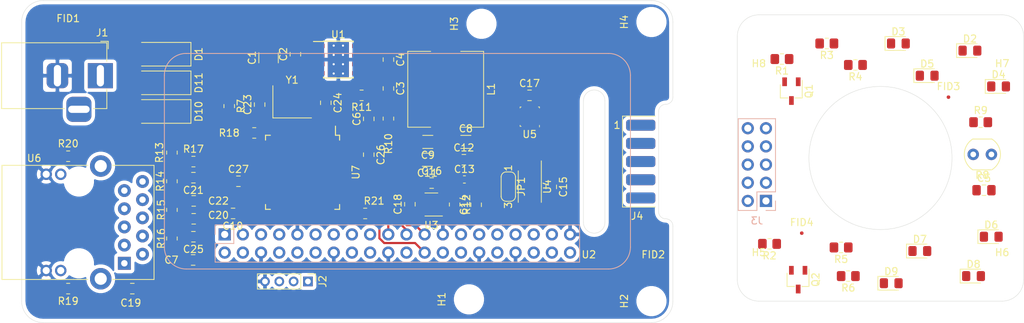
<source format=kicad_pcb>
(kicad_pcb (version 20171130) (host pcbnew 5.1.10-88a1d61d58~88~ubuntu20.04.1)
  (title_block (title "Zero Cam") (date 2021-04-29) (rev v0.1.0) (company "Juraj Giertl") (comment 1 j74a8g@gmail.com))
  (layers (0 F.Cu signal) (31 B.Cu signal) (34 B.Paste user hide) (35 F.Paste user hide) (36 B.SilkS user) (37 F.SilkS user) (38 B.Mask user hide) (39 F.Mask user hide) (44 Edge.Cuts user))
  (net 0 "")
  (net 1 "Net-(D1-Pad2)")
  (net 2 POE+)
  (net 3 GND)
  (net 4 "Net-(C3-Pad1)")
  (net 5 +5V)
  (net 6 +3.3VA)
  (net 7 L_SENSE)
  (net 8 +3V3)
  (net 9 "Net-(C23-Pad1)")
  (net 10 "Net-(C24-Pad1)")
  (net 11 "Net-(D2-Pad1)")
  (net 12 "Net-(D3-Pad1)")
  (net 13 "Net-(D4-Pad1)")
  (net 14 "Net-(D5-Pad1)")
  (net 15 "Net-(D6-Pad1)")
  (net 16 "Net-(D7-Pad1)")
  (net 17 "Net-(D8-Pad1)")
  (net 18 "Net-(D9-Pad1)")
  (net 19 "Net-(D10-Pad2)")
  (net 20 "Net-(D11-Pad2)")
  (net 21 POE-)
  (net 22 "Net-(Q1-Pad2)")
  (net 23 PWM_0)
  (net 24 "Net-(Q2-Pad2)")
  (net 25 PWM_1)
  (net 26 "Net-(Q1-Pad1)")
  (net 27 "Net-(Q2-Pad1)")
  (net 28 E_OFF)
  (net 29 "Net-(R19-Pad2)")
  (net 30 E_INT)
  (net 31 PWR_GOOD)
  (net 32 /ethernet_if/E_MOSI)
  (net 33 /ethernet_if/E_MISO)
  (net 34 HAT_SCL)
  (net 35 HAT_SDA)
  (net 36 /ethernet_if/~E_CS~)
  (net 37 /ethernet_if/E_SCK)
  (net 38 SCL_1)
  (net 39 SDA_1)
  (net 40 "Net-(C16-Pad1)")
  (net 41 "Net-(C19-Pad1)")
  (net 42 "Net-(J2-Pad2)")
  (net 43 "Net-(J2-Pad3)")
  (net 44 "Net-(R20-Pad2)")
  (net 45 /boot)
  (net 46 /sw)
  (net 47 /fb)
  (net 48 /ethernet_if/rct)
  (net 49 /ethernet_if/TCT)
  (net 50 /ethernet_if/rd+)
  (net 51 /ethernet_if/TP_IN+)
  (net 52 /ethernet_if/TP_IN-)
  (net 53 /ethernet_if/rd-)
  (net 54 /ethernet_if/e_vcap)
  (net 55 /WC)
  (net 56 /pg)
  (net 57 /ethernet_if/TP_OUT+)
  (net 58 /ethernet_if/TP_OUT-)
  (net 59 /ethernet_if/e_bias)
  (net 60 /ethernet_if/led_a)
  (net 61 /ethernet_if/led_b)
  (module Connector_BarrelJack:BarrelJack_Horizontal (layer F.Cu) (at 91 75.5)
    (fp_text reference J1 (at 0.25 -6) (layer F.SilkS))
    (fp_text value "DC 12-24V")
    (pad 1 thru_hole rect (at 0 0) (size 3.5 3.5) (drill oval 1 3) (layers *.Cu *.Mask) (net 1 "Net-(D1-Pad2)"))
    (pad 2 thru_hole roundrect (at -6 0) (size 3 3.5) (drill oval 1 3) (layers *.Cu *.Mask) (net 3 GND))
    (pad 3 thru_hole roundrect (at -3 4.7) (size 3.5 3.5) (drill oval 3 1) (layers *.Cu *.Mask) (net 21 POE-))
  )
  (module Resistor_SMD:R_0805_2012Metric_Pad1.20x1.40mm_HandSolder (layer F.Cu) (at 214 82)
    (fp_text reference R9 (at 0 -1.65) (layer F.SilkS))
    (fp_text value 100R)
    (pad 1 smd roundrect (at -1 0) (size 1.2 1.4) (layers F.Cu F.Paste F.Mask) (roundrect_rratio 0.208333) (net 7 L_SENSE))
    (pad 2 smd roundrect (at 1 0) (size 1.2 1.4) (layers F.Cu F.Paste F.Mask) (roundrect_rratio 0.208333) (net 3 GND))
  )
  (module OptoDevice:R_LDR_4.9x4.2mm_P2.54mm_Vertical (layer F.Cu) (at 215.5 86.5 180)
    (fp_text reference R8 (at 1.27 -2.9) (layer F.SilkS))
    (fp_text value R_PHOTO)
    (pad 1 thru_hole circle (at 0 0 180) (size 1.6 1.6) (drill 0.8) (layers *.Cu *.Mask) (net 5 +5V))
    (pad 2 thru_hole circle (at 2.54 0 180) (size 1.6 1.6) (drill 0.8) (layers *.Cu *.Mask) (net 7 L_SENSE))
  )
  (module Connector_PinHeader_2.00mm:PinHeader_1x04_P2.00mm_Vertical (layer F.Cu) (at 120 104.25 270)
    (fp_text reference J2 (at 0 -2.06 90) (layer F.SilkS))
    (fp_text value Conn_01x04)
    (pad 1 thru_hole rect (at 0 0 270) (size 1.35 1.35) (drill 0.8) (layers *.Cu *.Mask) (net 6 +3.3VA))
    (pad 2 thru_hole oval (at 0 2 270) (size 1.35 1.35) (drill 0.8) (layers *.Cu *.Mask) (net 42 "Net-(J2-Pad2)"))
    (pad 3 thru_hole oval (at 0 4 270) (size 1.35 1.35) (drill 0.8) (layers *.Cu *.Mask) (net 43 "Net-(J2-Pad3)"))
    (pad 4 thru_hole oval (at 0 6 270) (size 1.35 1.35) (drill 0.8) (layers *.Cu *.Mask) (net 3 GND))
  )
  (module Capacitor_SMD:C_0805_2012Metric_Pad1.18x1.45mm_HandSolder (layer F.Cu) (at 110.2875 90.25)
    (fp_text reference C27 (at 0 -1.68) (layer F.SilkS))
    (fp_text value 0.1uF)
    (pad 1 smd roundrect (at -1.0375 0) (size 1.175 1.45) (layers F.Cu F.Paste F.Mask) (roundrect_rratio 0.212766) (net 3 GND))
    (pad 2 smd roundrect (at 1.0375 0) (size 1.175 1.45) (layers F.Cu F.Paste F.Mask) (roundrect_rratio 0.212766) (net 8 +3V3))
  )
  (module Capacitor_SMD:C_0603_1608Metric_Pad1.08x0.95mm_HandSolder (layer F.Cu) (at 141.8625 90)
    (fp_text reference C13 (at 0 -1.43) (layer F.SilkS))
    (fp_text value 0.1uF)
    (pad 1 smd roundrect (at -0.8625 0) (size 1.075 0.95) (layers F.Cu F.Paste F.Mask) (net 5 +5V))
    (pad 2 smd roundrect (at 0.8625 0) (size 1.075 0.95) (layers F.Cu F.Paste F.Mask) (net 3 GND))
  )
  (module Capacitor_SMD:C_1206_3216Metric_Pad1.33x1.80mm_HandSolder (layer F.Cu) (at 136.6875 87.25 180)
    (fp_text reference C11 (at 0 -1.85) (layer F.SilkS))
    (fp_text value 10uF)
    (pad 1 smd roundrect (at -1.5625 0 180) (size 1.325 1.8) (layers F.Cu F.Paste F.Mask) (roundrect_rratio 0.188679) (net 5 +5V))
    (pad 2 smd roundrect (at 1.5625 0 180) (size 1.325 1.8) (layers F.Cu F.Paste F.Mask) (roundrect_rratio 0.188679) (net 3 GND))
  )
  (module Capacitor_SMD:C_1206_3216Metric_Pad1.33x1.80mm_HandSolder (layer F.Cu) (at 136.75 84.75 180)
    (fp_text reference C9 (at 0 -1.85) (layer F.SilkS))
    (fp_text value 10uF)
    (pad 1 smd roundrect (at -1.5625 0 180) (size 1.325 1.8) (layers F.Cu F.Paste F.Mask) (roundrect_rratio 0.188679) (net 5 +5V))
    (pad 2 smd roundrect (at 1.5625 0 180) (size 1.325 1.8) (layers F.Cu F.Paste F.Mask) (roundrect_rratio 0.188679) (net 3 GND))
  )
  (module Capacitor_SMD:C_1206_3216Metric_Pad1.33x1.80mm_HandSolder (layer F.Cu) (at 142.0625 84.75)
    (fp_text reference C8 (at 0 -1.85) (layer F.SilkS))
    (fp_text value 22uF)
    (pad 2 smd roundrect (at 1.5625 0) (size 1.325 1.8) (layers F.Cu F.Paste F.Mask) (roundrect_rratio 0.188679) (net 3 GND))
    (pad 1 smd roundrect (at -1.5625 0) (size 1.325 1.8) (layers F.Cu F.Paste F.Mask) (roundrect_rratio 0.188679) (net 5 +5V))
  )
  (module Capacitor_SMD:C_1210_3225Metric_Pad1.33x2.70mm_HandSolder (layer F.Cu) (at 114.5 73 90)
    (fp_text reference C1 (at 0 -2.3 90) (layer F.SilkS))
    (fp_text value 2.2uF)
    (pad 1 smd roundrect (at -1.5625 0 90) (size 1.325 2.7) (layers F.Cu F.Paste F.Mask) (roundrect_rratio 0.188679) (net 2 POE+))
    (pad 2 smd roundrect (at 1.5625 0 90) (size 1.325 2.7) (layers F.Cu F.Paste F.Mask) (roundrect_rratio 0.188679) (net 3 GND))
  )
  (module Diode_SMD:D_SMA_Handsoldering (layer F.Cu) (at 99.25 76.5 180)
    (fp_text reference D11 (at -5.5 0 90) (layer F.SilkS))
    (fp_text value B160-13-F)
    (pad 1 smd rect (at -2.5 0 180) (size 3.5 1.8) (layers F.Cu F.Paste F.Mask) (net 2 POE+))
    (pad 2 smd rect (at 2.5 0 180) (size 3.5 1.8) (layers F.Cu F.Paste F.Mask) (net 20 "Net-(D11-Pad2)"))
  )
  (module Diode_SMD:D_SMA_Handsoldering (layer F.Cu) (at 99.25 80.5 180)
    (fp_text reference D10 (at -5.5 0 90) (layer F.SilkS))
    (fp_text value B160-13-F)
    (pad 2 smd rect (at 2.5 0 180) (size 3.5 1.8) (layers F.Cu F.Paste F.Mask) (net 19 "Net-(D10-Pad2)"))
    (pad 1 smd rect (at -2.5 0 180) (size 3.5 1.8) (layers F.Cu F.Paste F.Mask) (net 2 POE+))
  )
  (module Diode_SMD:D_SMA_Handsoldering (layer F.Cu) (at 99.25 72.5 180)
    (fp_text reference D1 (at -5.5 0 90) (layer F.SilkS))
    (fp_text value B160-13-F)
    (pad 1 smd rect (at -2.5 0 180) (size 3.5 1.8) (layers F.Cu F.Paste F.Mask) (net 2 POE+))
    (pad 2 smd rect (at 2.5 0 180) (size 3.5 1.8) (layers F.Cu F.Paste F.Mask) (net 1 "Net-(D1-Pad2)"))
  )
  (module Resistor_SMD:R_0805_2012Metric_Pad1.20x1.40mm_HandSolder (layer F.Cu) (at 128 94.75 180)
    (fp_text reference R21 (at -1.25 1.75) (layer F.SilkS))
    (fp_text value 100k)
    (pad 1 smd roundrect (at -1 0 180) (size 1.2 1.4) (layers F.Cu F.Paste F.Mask) (roundrect_rratio 0.208333) (net 8 +3V3))
    (pad 2 smd roundrect (at 1 0 180) (size 1.2 1.4) (layers F.Cu F.Paste F.Mask) (roundrect_rratio 0.208333) (net 30 E_INT))
  )
  (module Inductor_SMD:L_10.4x10.4_H4.8 (layer F.Cu) (at 139.25 77.4 270)
    (fp_text reference L1 (at 0 -6.35 90) (layer F.SilkS))
    (fp_text value 22uH)
    (pad 1 smd rect (at -4.15 0 270) (size 2.7 3.6) (layers F.Cu F.Paste F.Mask) (net 46 /sw))
    (pad 2 smd rect (at 4.15 0 270) (size 2.7 3.6) (layers F.Cu F.Paste F.Mask) (net 5 +5V))
  )
  (module Resistor_SMD:R_0805_2012Metric_Pad1.20x1.40mm_HandSolder (layer F.Cu) (at 86.5 86.75 180)
    (fp_text reference R20 (at 0 1.75 180) (layer F.SilkS))
    (fp_text value 180)
    (pad 1 smd roundrect (at -1 0 180) (size 1.2 1.4) (layers F.Cu F.Paste F.Mask) (roundrect_rratio 0.208333) (net 61 /ethernet_if/led_b))
    (pad 2 smd roundrect (at 1 0 180) (size 1.2 1.4) (layers F.Cu F.Paste F.Mask) (roundrect_rratio 0.208333) (net 44 "Net-(R20-Pad2)"))
  )
  (module Package_TO_SOT_SMD:TSOT-23 (layer F.Cu) (at 188.5 104 270)
    (fp_text reference Q2 (at 0 -2.45 90) (layer F.SilkS))
    (fp_text value tbd)
    (pad 1 smd rect (at -1.31 -0.95 270) (size 1.22 0.65) (layers F.Cu F.Paste F.Mask) (net 27 "Net-(Q2-Pad1)"))
    (pad 2 smd rect (at -1.31 0.95 270) (size 1.22 0.65) (layers F.Cu F.Paste F.Mask) (net 24 "Net-(Q2-Pad2)"))
    (pad 3 smd rect (at 1.31 0 270) (size 1.22 0.65) (layers F.Cu F.Paste F.Mask) (net 3 GND))
  )
  (module Package_TO_SOT_SMD:TSOT-23 (layer F.Cu) (at 187.555 77.66 270)
    (fp_text reference Q1 (at 0 -2.45 90) (layer F.SilkS))
    (fp_text value tbd)
    (pad 3 smd rect (at 1.31 0 270) (size 1.22 0.65) (layers F.Cu F.Paste F.Mask) (net 3 GND))
    (pad 2 smd rect (at -1.31 0.95 270) (size 1.22 0.65) (layers F.Cu F.Paste F.Mask) (net 22 "Net-(Q1-Pad2)"))
    (pad 1 smd rect (at -1.31 -0.95 270) (size 1.22 0.65) (layers F.Cu F.Paste F.Mask) (net 26 "Net-(Q1-Pad1)"))
  )
  (module Package_QFP:TQFP-44_10x10mm_P0.8mm (layer F.Cu) (at 119.25 89 270)
    (fp_text reference U7 (at 0 -7.45 90) (layer F.SilkS))
    (fp_text value ENC424J600-PT)
    (pad 1 smd rect (at -5.7 -4 270) (size 1.5 0.55) (layers F.Cu F.Paste F.Mask) (net 3 GND))
    (pad 2 smd rect (at -5.7 -3.2 270) (size 1.5 0.55) (layers F.Cu F.Paste F.Mask) (net 10 "Net-(C24-Pad1)"))
    (pad 3 smd rect (at -5.7 -2.4 270) (size 1.5 0.55) (layers F.Cu F.Paste F.Mask) (net 9 "Net-(C23-Pad1)"))
    (pad 4 smd rect (at -5.7 -1.6 270) (size 1.5 0.55) (layers F.Cu F.Paste F.Mask) (net 8 +3V3))
    (pad 5 smd rect (at -5.7 -0.8 270) (size 1.5 0.55) (layers F.Cu F.Paste F.Mask))
    (pad 6 smd rect (at -5.7 0 270) (size 1.5 0.55) (layers F.Cu F.Paste F.Mask))
    (pad 7 smd rect (at -5.7 0.8 270) (size 1.5 0.55) (layers F.Cu F.Paste F.Mask))
    (pad 8 smd rect (at -5.7 1.6 270) (size 1.5 0.55) (layers F.Cu F.Paste F.Mask))
    (pad 9 smd rect (at -5.7 2.4 270) (size 1.5 0.55) (layers F.Cu F.Paste F.Mask) (net 61 /ethernet_if/led_b))
    (pad 10 smd rect (at -5.7 3.2 270) (size 1.5 0.55) (layers F.Cu F.Paste F.Mask) (net 60 /ethernet_if/led_a))
    (pad 11 smd rect (at -5.7 4 270) (size 1.5 0.55) (layers F.Cu F.Paste F.Mask) (net 59 /ethernet_if/e_bias))
    (pad 12 smd rect (at -4 5.7) (size 1.5 0.55) (layers F.Cu F.Paste F.Mask) (net 8 +3V3))
    (pad 13 smd rect (at -3.2 5.7) (size 1.5 0.55) (layers F.Cu F.Paste F.Mask) (net 3 GND))
    (pad 14 smd rect (at -2.4 5.7) (size 1.5 0.55) (layers F.Cu F.Paste F.Mask) (net 3 GND))
    (pad 15 smd rect (at -1.6 5.7) (size 1.5 0.55) (layers F.Cu F.Paste F.Mask) (net 8 +3V3))
    (pad 16 smd rect (at -0.8 5.7) (size 1.5 0.55) (layers F.Cu F.Paste F.Mask) (net 51 /ethernet_if/TP_IN+))
    (pad 17 smd rect (at 0 5.7) (size 1.5 0.55) (layers F.Cu F.Paste F.Mask) (net 52 /ethernet_if/TP_IN-))
    (pad 18 smd rect (at 0.8 5.7) (size 1.5 0.55) (layers F.Cu F.Paste F.Mask) (net 8 +3V3))
    (pad 19 smd rect (at 1.6 5.7) (size 1.5 0.55) (layers F.Cu F.Paste F.Mask) (net 3 GND))
    (pad 20 smd rect (at 2.4 5.7) (size 1.5 0.55) (layers F.Cu F.Paste F.Mask) (net 57 /ethernet_if/TP_OUT+))
    (pad 21 smd rect (at 3.2 5.7) (size 1.5 0.55) (layers F.Cu F.Paste F.Mask) (net 58 /ethernet_if/TP_OUT-))
    (pad 22 smd rect (at 4 5.7) (size 1.5 0.55) (layers F.Cu F.Paste F.Mask) (net 3 GND))
    (pad 23 smd rect (at 5.7 4 270) (size 1.5 0.55) (layers F.Cu F.Paste F.Mask))
    (pad 24 smd rect (at 5.7 3.2 270) (size 1.5 0.55) (layers F.Cu F.Paste F.Mask) (net 30 E_INT))
    (pad 25 smd rect (at 5.7 2.4 270) (size 1.5 0.55) (layers F.Cu F.Paste F.Mask))
    (pad 26 smd rect (at 5.7 1.6 270) (size 1.5 0.55) (layers F.Cu F.Paste F.Mask))
    (pad 27 smd rect (at 5.7 0.8 270) (size 1.5 0.55) (layers F.Cu F.Paste F.Mask))
    (pad 28 smd rect (at 5.7 0 270) (size 1.5 0.55) (layers F.Cu F.Paste F.Mask))
    (pad 29 smd rect (at 5.7 -0.8 270) (size 1.5 0.55) (layers F.Cu F.Paste F.Mask))
    (pad 30 smd rect (at 5.7 -1.6 270) (size 1.5 0.55) (layers F.Cu F.Paste F.Mask))
    (pad 31 smd rect (at 5.7 -2.4 270) (size 1.5 0.55) (layers F.Cu F.Paste F.Mask))
    (pad 32 smd rect (at 5.7 -3.2 270) (size 1.5 0.55) (layers F.Cu F.Paste F.Mask))
    (pad 33 smd rect (at 5.7 -4 270) (size 1.5 0.55) (layers F.Cu F.Paste F.Mask) (net 3 GND))
    (pad 34 smd rect (at 4 -5.7) (size 1.5 0.55) (layers F.Cu F.Paste F.Mask) (net 36 /ethernet_if/~E_CS~))
    (pad 35 smd rect (at 3.2 -5.7) (size 1.5 0.55) (layers F.Cu F.Paste F.Mask) (net 33 /ethernet_if/E_MISO))
    (pad 36 smd rect (at 2.4 -5.7) (size 1.5 0.55) (layers F.Cu F.Paste F.Mask) (net 32 /ethernet_if/E_MOSI))
    (pad 37 smd rect (at 1.6 -5.7) (size 1.5 0.55) (layers F.Cu F.Paste F.Mask) (net 37 /ethernet_if/E_SCK))
    (pad 38 smd rect (at 0.8 -5.7) (size 1.5 0.55) (layers F.Cu F.Paste F.Mask))
    (pad 39 smd rect (at 0 -5.7) (size 1.5 0.55) (layers F.Cu F.Paste F.Mask))
    (pad 40 smd rect (at -0.8 -5.7) (size 1.5 0.55) (layers F.Cu F.Paste F.Mask))
    (pad 41 smd rect (at -1.6 -5.7) (size 1.5 0.55) (layers F.Cu F.Paste F.Mask))
    (pad 42 smd rect (at -2.4 -5.7) (size 1.5 0.55) (layers F.Cu F.Paste F.Mask) (net 3 GND))
    (pad 43 smd rect (at -3.2 -5.7) (size 1.5 0.55) (layers F.Cu F.Paste F.Mask) (net 54 /ethernet_if/e_vcap))
    (pad 44 smd rect (at -4 -5.7) (size 1.5 0.55) (layers F.Cu F.Paste F.Mask) (net 8 +3V3))
  )
  (module zero-cam:ARJM11D7-114 (layer F.Cu) (at 88 96 270)
    (fp_text reference U6 (at -8.965 6.25 180) (layer F.SilkS))
    (fp_text value ARJM11D7-114)
    (pad 11 thru_hole circle (at 6.725 2.54 270) (size 1.6 1.6) (drill 1) (layers *.Cu *.Mask) (net 29 "Net-(R19-Pad2)"))
    (pad 9 thru_hole circle (at -4.445 -6.35 270) (size 1.8 1.8) (drill 0.9) (layers *.Cu *.Mask) (net 49 /ethernet_if/TCT))
    (pad 14 thru_hole circle (at -6.725 4.57 270) (size 1.6 1.6) (drill 1) (layers *.Cu *.Mask) (net 3 GND))
    (pad 1 thru_hole rect (at 5.715 -6.35 270) (size 1.8 1.8) (drill 0.9) (layers *.Cu *.Mask) (net 21 POE-))
    (pad 5 thru_hole circle (at 0.635 -6.35 270) (size 1.8 1.8) (drill 0.9) (layers *.Cu *.Mask) (net 50 /ethernet_if/rd+))
    (pad "" np_thru_hole circle (at -5.715 0 270) (size 3.2 3.2) (drill 3.2) (layers *.Cu *.Mask))
    (pad 3 thru_hole circle (at 3.175 -6.35 270) (size 1.8 1.8) (drill 0.9) (layers *.Cu *.Mask) (net 53 /ethernet_if/rd-))
    (pad 15 thru_hole circle (at -7.875 -3.05 270) (size 3 3) (drill 1.7) (layers *.Cu *.Mask) (net 41 "Net-(C19-Pad1)"))
    (pad 15 thru_hole circle (at 7.875 -3.05 270) (size 3 3) (drill 1.7) (layers *.Cu *.Mask) (net 41 "Net-(C19-Pad1)"))
    (pad 2 thru_hole circle (at 4.445 -8.89 270) (size 1.8 1.8) (drill 0.9) (layers *.Cu *.Mask) (net 21 POE-))
    (pad 10 thru_hole circle (at -5.715 -8.89 270) (size 1.8 1.8) (drill 0.9) (layers *.Cu *.Mask) (net 57 /ethernet_if/TP_OUT+))
    (pad 12 thru_hole circle (at 6.725 4.57 270) (size 1.6 1.6) (drill 1) (layers *.Cu *.Mask) (net 3 GND))
    (pad "" np_thru_hole circle (at 5.715 0 270) (size 3.2 3.2) (drill 3.2) (layers *.Cu *.Mask))
    (pad 7 thru_hole circle (at -1.905 -6.35 270) (size 1.8 1.8) (drill 0.9) (layers *.Cu *.Mask) (net 19 "Net-(D10-Pad2)"))
    (pad 4 thru_hole circle (at 1.905 -8.89 270) (size 1.8 1.8) (drill 0.9) (layers *.Cu *.Mask) (net 48 /ethernet_if/rct))
    (pad 6 thru_hole circle (at -0.635 -8.89 270) (size 1.8 1.8) (drill 0.9) (layers *.Cu *.Mask) (net 20 "Net-(D11-Pad2)"))
    (pad 13 thru_hole circle (at -6.725 2.54 270) (size 1.6 1.6) (drill 1) (layers *.Cu *.Mask) (net 44 "Net-(R20-Pad2)"))
    (pad 8 thru_hole circle (at -3.175 -8.89 270) (size 1.8 1.8) (drill 0.9) (layers *.Cu *.Mask) (net 58 /ethernet_if/TP_OUT-))
  )
  (module Package_LGA:Bosch_LGA-8_2.5x2.5mm_P0.65mm_ClockwisePinNumbering (layer F.Cu) (at 151 81.225 180)
    (fp_text reference U5 (at 0.015 -2.465) (layer F.SilkS))
    (fp_text value BME280)
    (pad 4 smd rect (at 0.975 -1.025 270) (size 0.5 0.35) (layers F.Cu F.Paste F.Mask) (net 38 SCL_1))
    (pad 3 smd rect (at 0.325 -1.025 270) (size 0.5 0.35) (layers F.Cu F.Paste F.Mask) (net 39 SDA_1))
    (pad 2 smd rect (at -0.325 -1.025 270) (size 0.5 0.35) (layers F.Cu F.Paste F.Mask) (net 6 +3.3VA))
    (pad 1 smd rect (at -0.975 -1.025 270) (size 0.5 0.35) (layers F.Cu F.Paste F.Mask) (net 3 GND))
    (pad 8 smd rect (at -0.975 1.025 270) (size 0.5 0.35) (layers F.Cu F.Paste F.Mask) (net 6 +3.3VA))
    (pad 7 smd rect (at -0.325 1.025 270) (size 0.5 0.35) (layers F.Cu F.Paste F.Mask) (net 3 GND))
    (pad 6 smd rect (at 0.325 1.025 270) (size 0.5 0.35) (layers F.Cu F.Paste F.Mask) (net 6 +3.3VA))
    (pad 5 smd rect (at 0.975 1.025 270) (size 0.5 0.35) (layers F.Cu F.Paste F.Mask) (net 3 GND))
  )
  (module Package_SO:TSSOP-8_4.4x3mm_P0.65mm (layer F.Cu) (at 151 91 270)
    (fp_text reference U4 (at 0 -2.45 90) (layer F.SilkS))
    (fp_text value M24C02-FDW)
    (pad 1 smd roundrect (at -2.8625 -0.975 270) (size 1.475 0.4) (layers F.Cu F.Paste F.Mask) (net 3 GND))
    (pad 2 smd roundrect (at -2.8625 -0.325 270) (size 1.475 0.4) (layers F.Cu F.Paste F.Mask) (net 3 GND))
    (pad 3 smd roundrect (at -2.8625 0.325 270) (size 1.475 0.4) (layers F.Cu F.Paste F.Mask) (net 3 GND))
    (pad 4 smd roundrect (at -2.8625 0.975 270) (size 1.475 0.4) (layers F.Cu F.Paste F.Mask) (net 3 GND))
    (pad 5 smd roundrect (at 2.8625 0.975 270) (size 1.475 0.4) (layers F.Cu F.Paste F.Mask) (net 35 HAT_SDA))
    (pad 6 smd roundrect (at 2.8625 0.325 270) (size 1.475 0.4) (layers F.Cu F.Paste F.Mask) (net 34 HAT_SCL))
    (pad 7 smd roundrect (at 2.8625 -0.325 270) (size 1.475 0.4) (layers F.Cu F.Paste F.Mask) (net 55 /WC))
    (pad 8 smd roundrect (at 2.8625 -0.975 270) (size 1.475 0.4) (layers F.Cu F.Paste F.Mask) (net 6 +3.3VA))
  )
  (module Package_TO_SOT_SMD:SOT-23-5 (layer F.Cu) (at 137.25 93.5 180)
    (fp_text reference U3 (at 0 -2.9) (layer F.SilkS))
    (fp_text value LP2985-3.3)
    (pad 1 smd rect (at -1.1 -0.95 180) (size 1.06 0.65) (layers F.Cu F.Paste F.Mask) (net 5 +5V))
    (pad 2 smd rect (at -1.1 0 180) (size 1.06 0.65) (layers F.Cu F.Paste F.Mask) (net 3 GND))
    (pad 3 smd rect (at -1.1 0.95 180) (size 1.06 0.65) (layers F.Cu F.Paste F.Mask) (net 28 E_OFF))
    (pad 4 smd rect (at 1.1 0.95 180) (size 1.06 0.65) (layers F.Cu F.Paste F.Mask) (net 40 "Net-(C16-Pad1)"))
    (pad 5 smd rect (at 1.1 -0.95 180) (size 1.06 0.65) (layers F.Cu F.Paste F.Mask) (net 8 +3V3))
  )
  (module Package_SO:Texas_HSOP-8-1EP_3.9x4.9mm_P1.27mm_ThermalVias (layer F.Cu) (at 124.25 73.25)
    (fp_text reference U1 (at 0 -3.5) (layer F.SilkS))
    (fp_text value LMR36510)
    (pad 9 smd rect (at 0 0) (size 2.95 4.9) (layers F.Cu) (net 3 GND))
    (pad 9 smd rect (at 0 0) (size 2.95 4.9) (layers B.Cu) (net 3 GND))
    (pad 1 smd rect (at -2.7 -1.905) (size 1.55 0.6) (layers F.Cu F.Paste F.Mask) (net 3 GND))
    (pad 2 smd rect (at -2.7 -0.635) (size 1.55 0.6) (layers F.Cu F.Paste F.Mask) (net 2 POE+))
    (pad 3 smd rect (at -2.7 0.635) (size 1.55 0.6) (layers F.Cu F.Paste F.Mask) (net 2 POE+))
    (pad 4 smd rect (at -2.7 1.905) (size 1.55 0.6) (layers F.Cu F.Paste F.Mask) (net 56 /pg))
    (pad 5 smd rect (at 2.7 1.905) (size 1.55 0.6) (layers F.Cu F.Paste F.Mask) (net 47 /fb))
    (pad 6 smd rect (at 2.7 0.635) (size 1.55 0.6) (layers F.Cu F.Paste F.Mask) (net 4 "Net-(C3-Pad1)"))
    (pad 7 smd rect (at 2.7 -0.635) (size 1.55 0.6) (layers F.Cu F.Paste F.Mask) (net 45 /boot))
    (pad 8 smd rect (at 2.7 -1.905) (size 1.55 0.6) (layers F.Cu F.Paste F.Mask) (net 46 /sw))
    (pad 9 thru_hole circle (at -0.65 -1.95) (size 0.6 0.6) (drill 0.3) (layers *.Cu) (net 3 GND))
    (pad 9 thru_hole circle (at -0.65 -0.65) (size 0.6 0.6) (drill 0.3) (layers *.Cu) (net 3 GND))
    (pad 9 thru_hole circle (at 0.65 -0.65) (size 0.6 0.6) (drill 0.3) (layers *.Cu) (net 3 GND))
    (pad 9 thru_hole circle (at 0.65 -1.95) (size 0.6 0.6) (drill 0.3) (layers *.Cu) (net 3 GND))
    (pad 9 thru_hole circle (at -0.65 1.95) (size 0.6 0.6) (drill 0.3) (layers *.Cu) (net 3 GND))
    (pad 9 thru_hole circle (at -0.65 0.65) (size 0.6 0.6) (drill 0.3) (layers *.Cu) (net 3 GND))
    (pad 9 thru_hole circle (at 0.65 0.65) (size 0.6 0.6) (drill 0.3) (layers *.Cu) (net 3 GND))
    (pad 9 thru_hole circle (at 0.65 1.95) (size 0.6 0.6) (drill 0.3) (layers *.Cu) (net 3 GND))
  )
  (module Resistor_SMD:R_0805_2012Metric_Pad1.20x1.40mm_HandSolder (layer F.Cu) (at 86.5 105.25 180)
    (fp_text reference R19 (at 0 -1.75) (layer F.SilkS))
    (fp_text value 180)
    (pad 1 smd roundrect (at -1 0 180) (size 1.2 1.4) (layers F.Cu F.Paste F.Mask) (roundrect_rratio 0.208333) (net 60 /ethernet_if/led_a))
    (pad 2 smd roundrect (at 1 0 180) (size 1.2 1.4) (layers F.Cu F.Paste F.Mask) (roundrect_rratio 0.208333) (net 29 "Net-(R19-Pad2)"))
  )
  (module Resistor_SMD:R_0805_2012Metric_Pad1.20x1.40mm_HandSolder (layer F.Cu) (at 112.5 83.5 180)
    (fp_text reference R18 (at 3.5 0) (layer F.SilkS))
    (fp_text value 12.4k,1%)
    (pad 2 smd roundrect (at 1 0 180) (size 1.2 1.4) (layers F.Cu F.Paste F.Mask) (roundrect_rratio 0.208333) (net 3 GND))
    (pad 1 smd roundrect (at -1 0 180) (size 1.2 1.4) (layers F.Cu F.Paste F.Mask) (roundrect_rratio 0.208333) (net 59 /ethernet_if/e_bias))
  )
  (module Resistor_SMD:R_0805_2012Metric_Pad1.20x1.40mm_HandSolder (layer F.Cu) (at 104 87.5 180)
    (fp_text reference R17 (at 0 1.75) (layer F.SilkS))
    (fp_text value "10R, 1/12W,1%")
    (pad 1 smd roundrect (at -1 0 180) (size 1.2 1.4) (layers F.Cu F.Paste F.Mask) (roundrect_rratio 0.208333) (net 8 +3V3))
    (pad 2 smd roundrect (at 1 0 180) (size 1.2 1.4) (layers F.Cu F.Paste F.Mask) (roundrect_rratio 0.208333) (net 49 /ethernet_if/TCT))
  )
  (module Resistor_SMD:R_0805_2012Metric_Pad1.20x1.40mm_HandSolder (layer F.Cu) (at 101 98.25 90)
    (fp_text reference R16 (at 0 -1.5 90) (layer F.SilkS))
    (fp_text value 50R,1%)
    (pad 1 smd roundrect (at -1 0 90) (size 1.2 1.4) (layers F.Cu F.Paste F.Mask) (roundrect_rratio 0.208333) (net 53 /ethernet_if/rd-))
    (pad 2 smd roundrect (at 1 0 90) (size 1.2 1.4) (layers F.Cu F.Paste F.Mask) (roundrect_rratio 0.208333) (net 48 /ethernet_if/rct))
  )
  (module Resistor_SMD:R_0805_2012Metric_Pad1.20x1.40mm_HandSolder (layer F.Cu) (at 101 94.25 270)
    (fp_text reference R15 (at 0 1.5 90) (layer F.SilkS))
    (fp_text value 50R,1%)
    (pad 1 smd roundrect (at -1 0 270) (size 1.2 1.4) (layers F.Cu F.Paste F.Mask) (roundrect_rratio 0.208333) (net 50 /ethernet_if/rd+))
    (pad 2 smd roundrect (at 1 0 270) (size 1.2 1.4) (layers F.Cu F.Paste F.Mask) (roundrect_rratio 0.208333) (net 48 /ethernet_if/rct))
  )
  (module Resistor_SMD:R_0805_2012Metric_Pad1.20x1.40mm_HandSolder (layer F.Cu) (at 101 90.25 90)
    (fp_text reference R14 (at 0 -1.65 90) (layer F.SilkS))
    (fp_text value 50R,1%)
    (pad 2 smd roundrect (at 1 0 90) (size 1.2 1.4) (layers F.Cu F.Paste F.Mask) (roundrect_rratio 0.208333) (net 49 /ethernet_if/TCT))
    (pad 1 smd roundrect (at -1 0 90) (size 1.2 1.4) (layers F.Cu F.Paste F.Mask) (roundrect_rratio 0.208333) (net 58 /ethernet_if/TP_OUT-))
  )
  (module Resistor_SMD:R_0805_2012Metric_Pad1.20x1.40mm_HandSolder (layer F.Cu) (at 101 86.25 270)
    (fp_text reference R13 (at 0 1.75 90) (layer F.SilkS))
    (fp_text value 50R,1%)
    (pad 1 smd roundrect (at -1 0 270) (size 1.2 1.4) (layers F.Cu F.Paste F.Mask) (roundrect_rratio 0.208333) (net 57 /ethernet_if/TP_OUT+))
    (pad 2 smd roundrect (at 1 0 270) (size 1.2 1.4) (layers F.Cu F.Paste F.Mask) (roundrect_rratio 0.208333) (net 49 /ethernet_if/TCT))
  )
  (module Resistor_SMD:R_0805_2012Metric_Pad1.20x1.40mm_HandSolder (layer F.Cu) (at 140.5 93.5 270)
    (fp_text reference R12 (at 0 -1.65 90) (layer F.SilkS))
    (fp_text value 100k)
    (pad 2 smd roundrect (at 1 0 270) (size 1.2 1.4) (layers F.Cu F.Paste F.Mask) (roundrect_rratio 0.208333) (net 5 +5V))
    (pad 1 smd roundrect (at -1 0 270) (size 1.2 1.4) (layers F.Cu F.Paste F.Mask) (roundrect_rratio 0.208333) (net 28 E_OFF))
  )
  (module Resistor_SMD:R_0805_2012Metric_Pad1.20x1.40mm_HandSolder (layer F.Cu) (at 127.5 78.25 180)
    (fp_text reference R11 (at 0 -1.65) (layer F.SilkS))
    (fp_text value 24.9k)
    (pad 2 smd roundrect (at 1 0 180) (size 1.2 1.4) (layers F.Cu F.Paste F.Mask) (roundrect_rratio 0.208333) (net 3 GND))
    (pad 1 smd roundrect (at -1 0 180) (size 1.2 1.4) (layers F.Cu F.Paste F.Mask) (roundrect_rratio 0.208333) (net 47 /fb))
  )
  (module Resistor_SMD:R_0805_2012Metric_Pad1.20x1.40mm_HandSolder (layer F.Cu) (at 131.25 81.5 90)
    (fp_text reference R10 (at -3.5 0 90) (layer F.SilkS))
    (fp_text value 100k)
    (pad 2 smd roundrect (at 1 0 90) (size 1.2 1.4) (layers F.Cu F.Paste F.Mask) (roundrect_rratio 0.208333) (net 47 /fb))
    (pad 1 smd roundrect (at -1 0 90) (size 1.2 1.4) (layers F.Cu F.Paste F.Mask) (roundrect_rratio 0.208333) (net 5 +5V))
  )
  (module Resistor_SMD:R_0805_2012Metric_Pad1.20x1.40mm_HandSolder (layer F.Cu) (at 109 79.75 270)
    (fp_text reference R7 (at 0 -1.65 90) (layer F.SilkS))
    (fp_text value 10k)
    (pad 1 smd roundrect (at -1 0 270) (size 1.2 1.4) (layers F.Cu F.Paste F.Mask) (roundrect_rratio 0.208333) (net 56 /pg))
    (pad 2 smd roundrect (at 1 0 270) (size 1.2 1.4) (layers F.Cu F.Paste F.Mask) (roundrect_rratio 0.208333) (net 31 PWR_GOOD))
  )
  (module Resistor_SMD:R_0805_2012Metric_Pad1.20x1.40mm_HandSolder (layer F.Cu) (at 195.5 103.5 180)
    (fp_text reference R6 (at 0 -1.65) (layer F.SilkS))
    (fp_text value 100R)
    (pad 2 smd roundrect (at 1 0 180) (size 1.2 1.4) (layers F.Cu F.Paste F.Mask) (roundrect_rratio 0.208333) (net 27 "Net-(Q2-Pad1)"))
    (pad 1 smd roundrect (at -1 0 180) (size 1.2 1.4) (layers F.Cu F.Paste F.Mask) (roundrect_rratio 0.208333) (net 18 "Net-(D9-Pad1)"))
  )
  (module Resistor_SMD:R_0805_2012Metric_Pad1.20x1.40mm_HandSolder (layer F.Cu) (at 194.5 99.5 180)
    (fp_text reference R5 (at 0 -1.65) (layer F.SilkS))
    (fp_text value 100R)
    (pad 2 smd roundrect (at 1 0 180) (size 1.2 1.4) (layers F.Cu F.Paste F.Mask) (roundrect_rratio 0.208333) (net 27 "Net-(Q2-Pad1)"))
    (pad 1 smd roundrect (at -1 0 180) (size 1.2 1.4) (layers F.Cu F.Paste F.Mask) (roundrect_rratio 0.208333) (net 16 "Net-(D7-Pad1)"))
  )
  (module Resistor_SMD:R_0805_2012Metric_Pad1.20x1.40mm_HandSolder (layer F.Cu) (at 196.5 74 180)
    (fp_text reference R4 (at 0 -1.65) (layer F.SilkS))
    (fp_text value 100R)
    (pad 1 smd roundrect (at -1 0 180) (size 1.2 1.4) (layers F.Cu F.Paste F.Mask) (roundrect_rratio 0.208333) (net 14 "Net-(D5-Pad1)"))
    (pad 2 smd roundrect (at 1 0 180) (size 1.2 1.4) (layers F.Cu F.Paste F.Mask) (roundrect_rratio 0.208333) (net 26 "Net-(Q1-Pad1)"))
  )
  (module Resistor_SMD:R_0805_2012Metric_Pad1.20x1.40mm_HandSolder (layer F.Cu) (at 192.5 71 180)
    (fp_text reference R3 (at 0 -1.65) (layer F.SilkS))
    (fp_text value 100R)
    (pad 1 smd roundrect (at -1 0 180) (size 1.2 1.4) (layers F.Cu F.Paste F.Mask) (roundrect_rratio 0.208333) (net 12 "Net-(D3-Pad1)"))
    (pad 2 smd roundrect (at 1 0 180) (size 1.2 1.4) (layers F.Cu F.Paste F.Mask) (roundrect_rratio 0.208333) (net 26 "Net-(Q1-Pad1)"))
  )
  (module Resistor_SMD:R_0805_2012Metric_Pad1.20x1.40mm_HandSolder (layer F.Cu) (at 184.5 99 180)
    (fp_text reference R2 (at 0 -1.65) (layer F.SilkS))
    (fp_text value 10k)
    (pad 1 smd roundrect (at -1 0 180) (size 1.2 1.4) (layers F.Cu F.Paste F.Mask) (roundrect_rratio 0.208333) (net 24 "Net-(Q2-Pad2)"))
    (pad 2 smd roundrect (at 1 0 180) (size 1.2 1.4) (layers F.Cu F.Paste F.Mask) (roundrect_rratio 0.208333) (net 25 PWM_1))
  )
  (module Jumper:SolderJumper-3_P1.3mm_Bridged12_RoundedPad1.0x1.5mm_NumberLabels (layer F.Cu) (at 148 91 270)
    (fp_text reference JP1 (at 0 -1.8 90) (layer F.SilkS))
    (fp_text value ~WP~)
    (fp_poly (pts (xy -0.9 -0.3) (xy -0.4 -0.3) (xy -0.4 0.3) (xy -0.9 0.3)) (layer F.Cu) (width 0))
    (fp_text user 3 (at 2.6 0 90) (layer F.SilkS))
    (fp_text user 1 (at -2.6 0 90) (layer F.SilkS))
    (pad 3 smd custom (at 1.3 0 270) (size 1 0.5) (layers F.Cu F.Mask) (net 6 +3.3VA) (options (clearance outline) (anchor rect)) (primitives (gr_circle (center 0 0.25) (end 0.5 0.25) (width 0)) (gr_circle (center 0 -0.25) (end 0.5 -0.25) (width 0)) (gr_poly (pts (xy -0.55 -0.75) (xy 0 -0.75) (xy 0 0.75) (xy -0.55 0.75)) (width 0))))
    (pad 2 smd rect (at 0 0 270) (size 1 1.5) (layers F.Cu F.Mask) (net 55 /WC))
    (pad 1 smd custom (at -1.3 0 270) (size 1 0.5) (layers F.Cu F.Mask) (net 3 GND) (options (clearance outline) (anchor rect)) (primitives (gr_poly (pts (xy 0.55 -0.75) (xy 0 -0.75) (xy 0 0.75) (xy 0.55 0.75)) (width 0)) (gr_circle (center 0 0.25) (end 0.5 0.25) (width 0)) (gr_circle (center 0 -0.25) (end 0.5 -0.25) (width 0))))
  )
  (module LED_SMD:LED_0805_2012Metric_Pad1.15x1.40mm_HandSolder (layer F.Cu) (at 201.5 104.5)
    (fp_text reference D9 (at 0 -1.65) (layer F.SilkS))
    (fp_text value IR)
    (pad 2 smd roundrect (at 1.025 0) (size 1.15 1.4) (layers F.Cu F.Paste F.Mask) (roundrect_rratio 0.217391) (net 17 "Net-(D8-Pad1)"))
    (pad 1 smd roundrect (at -1.025 0) (size 1.15 1.4) (layers F.Cu F.Paste F.Mask) (roundrect_rratio 0.217391) (net 18 "Net-(D9-Pad1)"))
  )
  (module LED_SMD:LED_0805_2012Metric_Pad1.15x1.40mm_HandSolder (layer F.Cu) (at 213 103.5)
    (fp_text reference D8 (at 0 -1.65) (layer F.SilkS))
    (fp_text value IR)
    (pad 1 smd roundrect (at -1.025 0) (size 1.15 1.4) (layers F.Cu F.Paste F.Mask) (roundrect_rratio 0.217391) (net 17 "Net-(D8-Pad1)"))
    (pad 2 smd roundrect (at 1.025 0) (size 1.15 1.4) (layers F.Cu F.Paste F.Mask) (roundrect_rratio 0.217391) (net 5 +5V))
  )
  (module LED_SMD:LED_0805_2012Metric_Pad1.15x1.40mm_HandSolder (layer F.Cu) (at 205.5 100)
    (fp_text reference D7 (at 0 -1.65) (layer F.SilkS))
    (fp_text value IR)
    (pad 1 smd roundrect (at -1.025 0) (size 1.15 1.4) (layers F.Cu F.Paste F.Mask) (roundrect_rratio 0.217391) (net 16 "Net-(D7-Pad1)"))
    (pad 2 smd roundrect (at 1.025 0) (size 1.15 1.4) (layers F.Cu F.Paste F.Mask) (roundrect_rratio 0.217391) (net 15 "Net-(D6-Pad1)"))
  )
  (module LED_SMD:LED_0805_2012Metric_Pad1.15x1.40mm_HandSolder (layer F.Cu) (at 215.475 98)
    (fp_text reference D6 (at 0 -1.65) (layer F.SilkS))
    (fp_text value IR)
    (pad 2 smd roundrect (at 1.025 0) (size 1.15 1.4) (layers F.Cu F.Paste F.Mask) (roundrect_rratio 0.217391) (net 5 +5V))
    (pad 1 smd roundrect (at -1.025 0) (size 1.15 1.4) (layers F.Cu F.Paste F.Mask) (roundrect_rratio 0.217391) (net 15 "Net-(D6-Pad1)"))
  )
  (module LED_SMD:LED_0805_2012Metric_Pad1.15x1.40mm_HandSolder (layer F.Cu) (at 206.525 75.5)
    (fp_text reference D5 (at 0 -1.65) (layer F.SilkS))
    (fp_text value IR)
    (pad 1 smd roundrect (at -1.025 0) (size 1.15 1.4) (layers F.Cu F.Paste F.Mask) (roundrect_rratio 0.217391) (net 14 "Net-(D5-Pad1)"))
    (pad 2 smd roundrect (at 1.025 0) (size 1.15 1.4) (layers F.Cu F.Paste F.Mask) (roundrect_rratio 0.217391) (net 13 "Net-(D4-Pad1)"))
  )
  (module LED_SMD:LED_0805_2012Metric_Pad1.15x1.40mm_HandSolder (layer F.Cu) (at 216.5 77)
    (fp_text reference D4 (at 0 -1.65) (layer F.SilkS))
    (fp_text value IR)
    (pad 2 smd roundrect (at 1.025 0) (size 1.15 1.4) (layers F.Cu F.Paste F.Mask) (roundrect_rratio 0.217391) (net 5 +5V))
    (pad 1 smd roundrect (at -1.025 0) (size 1.15 1.4) (layers F.Cu F.Paste F.Mask) (roundrect_rratio 0.217391) (net 13 "Net-(D4-Pad1)"))
  )
  (module LED_SMD:LED_0805_2012Metric_Pad1.15x1.40mm_HandSolder (layer F.Cu) (at 202.5 71)
    (fp_text reference D3 (at 0 -1.65) (layer F.SilkS))
    (fp_text value IR)
    (pad 2 smd roundrect (at 1.025 0) (size 1.15 1.4) (layers F.Cu F.Paste F.Mask) (roundrect_rratio 0.217391) (net 11 "Net-(D2-Pad1)"))
    (pad 1 smd roundrect (at -1.025 0) (size 1.15 1.4) (layers F.Cu F.Paste F.Mask) (roundrect_rratio 0.217391) (net 12 "Net-(D3-Pad1)"))
  )
  (module LED_SMD:LED_0805_2012Metric_Pad1.15x1.40mm_HandSolder (layer F.Cu) (at 212.5 72)
    (fp_text reference D2 (at 0 -1.65) (layer F.SilkS))
    (fp_text value IR)
    (pad 1 smd roundrect (at -1.025 0) (size 1.15 1.4) (layers F.Cu F.Paste F.Mask) (roundrect_rratio 0.217391) (net 11 "Net-(D2-Pad1)"))
    (pad 2 smd roundrect (at 1.025 0) (size 1.15 1.4) (layers F.Cu F.Paste F.Mask) (roundrect_rratio 0.217391) (net 5 +5V))
  )
  (module Capacitor_SMD:C_0805_2012Metric_Pad1.18x1.45mm_HandSolder (layer F.Cu) (at 128.5 86.5375 270)
    (fp_text reference C26 (at 0 -1.68 90) (layer F.SilkS))
    (fp_text value 10uF)
    (pad 2 smd roundrect (at 1.0375 0 270) (size 1.175 1.45) (layers F.Cu F.Paste F.Mask) (roundrect_rratio 0.212766) (net 3 GND))
    (pad 1 smd roundrect (at -1.0375 0 270) (size 1.175 1.45) (layers F.Cu F.Paste F.Mask) (roundrect_rratio 0.212766) (net 54 /ethernet_if/e_vcap))
  )
  (module Capacitor_SMD:C_0805_2012Metric_Pad1.18x1.45mm_HandSolder (layer F.Cu) (at 104 98 180)
    (fp_text reference C25 (at 0 -1.75 180) (layer F.SilkS))
    (fp_text value 6.8nF,10%)
    (pad 1 smd roundrect (at -1.0375 0 180) (size 1.175 1.45) (layers F.Cu F.Paste F.Mask) (roundrect_rratio 0.212766) (net 52 /ethernet_if/TP_IN-))
    (pad 2 smd roundrect (at 1.0375 0 180) (size 1.175 1.45) (layers F.Cu F.Paste F.Mask) (roundrect_rratio 0.212766) (net 53 /ethernet_if/rd-))
  )
  (module Capacitor_SMD:C_0805_2012Metric_Pad1.18x1.45mm_HandSolder (layer F.Cu) (at 122.5 79.2875 270)
    (fp_text reference C24 (at 0 -1.68 90) (layer F.SilkS))
    (fp_text value 15p)
    (pad 2 smd roundrect (at 1.0375 0 270) (size 1.175 1.45) (layers F.Cu F.Paste F.Mask) (roundrect_rratio 0.212766) (net 3 GND))
    (pad 1 smd roundrect (at -1.0375 0 270) (size 1.175 1.45) (layers F.Cu F.Paste F.Mask) (roundrect_rratio 0.212766) (net 10 "Net-(C24-Pad1)"))
  )
  (module Capacitor_SMD:C_0805_2012Metric_Pad1.18x1.45mm_HandSolder (layer F.Cu) (at 113.25 79.5375 90)
    (fp_text reference C23 (at 0 -1.68 90) (layer F.SilkS))
    (fp_text value 15p)
    (pad 2 smd roundrect (at 1.0375 0 90) (size 1.175 1.45) (layers F.Cu F.Paste F.Mask) (roundrect_rratio 0.212766) (net 3 GND))
    (pad 1 smd roundrect (at -1.0375 0 90) (size 1.175 1.45) (layers F.Cu F.Paste F.Mask) (roundrect_rratio 0.212766) (net 9 "Net-(C23-Pad1)"))
  )
  (module Capacitor_SMD:C_0805_2012Metric_Pad1.18x1.45mm_HandSolder (layer F.Cu) (at 104.0375 93 180)
    (fp_text reference C22 (at -3.4625 0 180) (layer F.SilkS))
    (fp_text value 6.8nF,10%)
    (pad 2 smd roundrect (at 1.0375 0 180) (size 1.175 1.45) (layers F.Cu F.Paste F.Mask) (roundrect_rratio 0.212766) (net 50 /ethernet_if/rd+))
    (pad 1 smd roundrect (at -1.0375 0 180) (size 1.175 1.45) (layers F.Cu F.Paste F.Mask) (roundrect_rratio 0.212766) (net 51 /ethernet_if/TP_IN+))
  )
  (module Capacitor_SMD:C_0805_2012Metric_Pad1.18x1.45mm_HandSolder (layer F.Cu) (at 104 89.75 180)
    (fp_text reference C21 (at 0 -1.75 180) (layer F.SilkS))
    (fp_text value 0.1uF)
    (pad 1 smd roundrect (at -1.0375 0 180) (size 1.175 1.45) (layers F.Cu F.Paste F.Mask) (roundrect_rratio 0.212766) (net 3 GND))
    (pad 2 smd roundrect (at 1.0375 0 180) (size 1.175 1.45) (layers F.Cu F.Paste F.Mask) (roundrect_rratio 0.212766) (net 49 /ethernet_if/TCT))
  )
  (module Capacitor_SMD:C_0805_2012Metric_Pad1.18x1.45mm_HandSolder (layer F.Cu) (at 104.0375 95.5 180)
    (fp_text reference C20 (at -3.4625 0.5 180) (layer F.SilkS))
    (fp_text value 0.1uF)
    (pad 1 smd roundrect (at -1.0375 0 180) (size 1.175 1.45) (layers F.Cu F.Paste F.Mask) (roundrect_rratio 0.212766) (net 3 GND))
    (pad 2 smd roundrect (at 1.0375 0 180) (size 1.175 1.45) (layers F.Cu F.Paste F.Mask) (roundrect_rratio 0.212766) (net 48 /ethernet_if/rct))
  )
  (module Capacitor_SMD:C_0805_2012Metric_Pad1.18x1.45mm_HandSolder (layer F.Cu) (at 95.4625 105.25)
    (fp_text reference C19 (at -0.2125 2) (layer F.SilkS))
    (fp_text value 1000pF,2kV)
    (pad 1 smd roundrect (at -1.0375 0) (size 1.175 1.45) (layers F.Cu F.Paste F.Mask) (roundrect_rratio 0.212766) (net 41 "Net-(C19-Pad1)"))
    (pad 2 smd roundrect (at 1.0375 0) (size 1.175 1.45) (layers F.Cu F.Paste F.Mask) (roundrect_rratio 0.212766) (net 3 GND))
  )
  (module Capacitor_SMD:C_0805_2012Metric_Pad1.18x1.45mm_HandSolder (layer F.Cu) (at 134.25 93.4625 90)
    (fp_text reference C18 (at 0 -1.68 90) (layer F.SilkS))
    (fp_text value 2.2uF)
    (pad 1 smd roundrect (at -1.0375 0 90) (size 1.175 1.45) (layers F.Cu F.Paste F.Mask) (roundrect_rratio 0.212766) (net 8 +3V3))
    (pad 2 smd roundrect (at 1.0375 0 90) (size 1.175 1.45) (layers F.Cu F.Paste F.Mask) (roundrect_rratio 0.212766) (net 3 GND))
  )
  (module Capacitor_SMD:C_0805_2012Metric_Pad1.18x1.45mm_HandSolder (layer F.Cu) (at 150.9625 78.25)
    (fp_text reference C17 (at 0 -1.68) (layer F.SilkS))
    (fp_text value 0.1uF)
    (pad 2 smd roundrect (at 1.0375 0) (size 1.175 1.45) (layers F.Cu F.Paste F.Mask) (roundrect_rratio 0.212766) (net 6 +3.3VA))
    (pad 1 smd roundrect (at -1.0375 0) (size 1.175 1.45) (layers F.Cu F.Paste F.Mask) (roundrect_rratio 0.212766) (net 3 GND))
  )
  (module Capacitor_SMD:C_0805_2012Metric_Pad1.18x1.45mm_HandSolder (layer F.Cu) (at 137.2875 90.5)
    (fp_text reference C16 (at 0 -1.68) (layer F.SilkS))
    (fp_text value 10nF)
    (pad 2 smd roundrect (at 1.0375 0) (size 1.175 1.45) (layers F.Cu F.Paste F.Mask) (roundrect_rratio 0.212766) (net 3 GND))
    (pad 1 smd roundrect (at -1.0375 0) (size 1.175 1.45) (layers F.Cu F.Paste F.Mask) (roundrect_rratio 0.212766) (net 40 "Net-(C16-Pad1)"))
  )
  (module Capacitor_SMD:C_0805_2012Metric_Pad1.18x1.45mm_HandSolder (layer F.Cu) (at 154 91.0375 270)
    (fp_text reference C15 (at 0 -1.68 90) (layer F.SilkS))
    (fp_text value 0.1uF)
    (pad 2 smd roundrect (at 1.0375 0 270) (size 1.175 1.45) (layers F.Cu F.Paste F.Mask) (roundrect_rratio 0.212766) (net 6 +3.3VA))
    (pad 1 smd roundrect (at -1.0375 0 270) (size 1.175 1.45) (layers F.Cu F.Paste F.Mask) (roundrect_rratio 0.212766) (net 3 GND))
  )
  (module Capacitor_SMD:C_0805_2012Metric_Pad1.18x1.45mm_HandSolder (layer F.Cu) (at 143.5 93.5375 90)
    (fp_text reference C14 (at 0 -1.68 90) (layer F.SilkS))
    (fp_text value 0.1uF)
    (pad 2 smd roundrect (at 1.0375 0 90) (size 1.175 1.45) (layers F.Cu F.Paste F.Mask) (roundrect_rratio 0.212766) (net 3 GND))
    (pad 1 smd roundrect (at -1.0375 0 90) (size 1.175 1.45) (layers F.Cu F.Paste F.Mask) (roundrect_rratio 0.212766) (net 5 +5V))
  )
  (module Capacitor_SMD:C_0805_2012Metric_Pad1.18x1.45mm_HandSolder (layer F.Cu) (at 141.7875 87.25)
    (fp_text reference C12 (at 0 -1.68) (layer F.SilkS))
    (fp_text value 0.1uF)
    (pad 1 smd roundrect (at -1.0375 0) (size 1.175 1.45) (layers F.Cu F.Paste F.Mask) (roundrect_rratio 0.212766) (net 5 +5V))
    (pad 2 smd roundrect (at 1.0375 0) (size 1.175 1.45) (layers F.Cu F.Paste F.Mask) (roundrect_rratio 0.212766) (net 3 GND))
  )
  (module Capacitor_SMD:C_0805_2012Metric_Pad1.18x1.45mm_HandSolder (layer F.Cu) (at 109.5375 94.75)
    (fp_text reference C10 (at -0.0375 1.75) (layer F.SilkS))
    (fp_text value 0.1uF)
    (pad 1 smd roundrect (at -1.0375 0) (size 1.175 1.45) (layers F.Cu F.Paste F.Mask) (roundrect_rratio 0.212766) (net 6 +3.3VA))
    (pad 2 smd roundrect (at 1.0375 0) (size 1.175 1.45) (layers F.Cu F.Paste F.Mask) (roundrect_rratio 0.212766) (net 3 GND))
  )
  (module Capacitor_SMD:C_0805_2012Metric_Pad1.18x1.45mm_HandSolder (layer F.Cu) (at 103.9625 101.25)
    (fp_text reference C7 (at -3.0375 0) (layer F.SilkS))
    (fp_text value 0.1uF)
    (pad 1 smd roundrect (at -1.0375 0) (size 1.175 1.45) (layers F.Cu F.Paste F.Mask) (roundrect_rratio 0.212766) (net 3 GND))
    (pad 2 smd roundrect (at 1.0375 0) (size 1.175 1.45) (layers F.Cu F.Paste F.Mask) (roundrect_rratio 0.212766) (net 5 +5V))
  )
  (module Capacitor_SMD:C_0805_2012Metric_Pad1.18x1.45mm_HandSolder (layer F.Cu) (at 128.5 81.5375 90)
    (fp_text reference C6 (at 0 -1.68 90) (layer F.SilkS))
    (fp_text value 0.1uF)
    (pad 1 smd roundrect (at -1.0375 0 90) (size 1.175 1.45) (layers F.Cu F.Paste F.Mask) (roundrect_rratio 0.212766) (net 5 +5V))
    (pad 2 smd roundrect (at 1.0375 0 90) (size 1.175 1.45) (layers F.Cu F.Paste F.Mask) (roundrect_rratio 0.212766) (net 47 /fb))
  )
  (module Capacitor_SMD:C_0805_2012Metric_Pad1.18x1.45mm_HandSolder (layer F.Cu) (at 214.4625 91.5)
    (fp_text reference C5 (at 0 -1.68) (layer F.SilkS))
    (fp_text value 0.1uF)
    (pad 2 smd roundrect (at 1.0375 0) (size 1.175 1.45) (layers F.Cu F.Paste F.Mask) (roundrect_rratio 0.212766) (net 3 GND))
    (pad 1 smd roundrect (at -1.0375 0) (size 1.175 1.45) (layers F.Cu F.Paste F.Mask) (roundrect_rratio 0.212766) (net 7 L_SENSE))
  )
  (module Capacitor_SMD:C_0805_2012Metric_Pad1.18x1.45mm_HandSolder (layer F.Cu) (at 131.25 73.25 270)
    (fp_text reference C4 (at 0 -1.68 90) (layer F.SilkS))
    (fp_text value 0.1uF)
    (pad 2 smd roundrect (at 1.0375 0 270) (size 1.175 1.45) (layers F.Cu F.Paste F.Mask) (roundrect_rratio 0.212766) (net 45 /boot))
    (pad 1 smd roundrect (at -1.0375 0 270) (size 1.175 1.45) (layers F.Cu F.Paste F.Mask) (roundrect_rratio 0.212766) (net 46 /sw))
  )
  (module Capacitor_SMD:C_0805_2012Metric_Pad1.18x1.45mm_HandSolder (layer F.Cu) (at 131.25 77.2875 270)
    (fp_text reference C3 (at 0 -1.68 90) (layer F.SilkS))
    (fp_text value 1uf)
    (pad 2 smd roundrect (at 1.0375 0 270) (size 1.175 1.45) (layers F.Cu F.Paste F.Mask) (roundrect_rratio 0.212766) (net 3 GND))
    (pad 1 smd roundrect (at -1.0375 0 270) (size 1.175 1.45) (layers F.Cu F.Paste F.Mask) (roundrect_rratio 0.212766) (net 4 "Net-(C3-Pad1)"))
  )
  (module Capacitor_SMD:C_0805_2012Metric_Pad1.18x1.45mm_HandSolder (layer F.Cu) (at 118.25 72.5 90)
    (fp_text reference C2 (at 0 -1.68 90) (layer F.SilkS))
    (fp_text value 220nF)
    (pad 2 smd roundrect (at 1.0375 0 90) (size 1.175 1.45) (layers F.Cu F.Paste F.Mask) (roundrect_rratio 0.212766) (net 3 GND))
    (pad 1 smd roundrect (at -1.0375 0 90) (size 1.175 1.45) (layers F.Cu F.Paste F.Mask) (roundrect_rratio 0.212766) (net 2 POE+))
  )
  (module Resistor_SMD:R_0805_2012Metric_Pad1.20x1.40mm_HandSolder (layer F.Cu) (at 186.235 73.175 180)
    (fp_text reference R1 (at 0 -1.65) (layer F.SilkS))
    (fp_text value 10k)
    (pad 1 smd roundrect (at -1 0 180) (size 1.2 1.4) (layers F.Cu F.Paste F.Mask) (roundrect_rratio 0.208333) (net 22 "Net-(Q1-Pad2)"))
    (pad 2 smd roundrect (at 1 0 180) (size 1.2 1.4) (layers F.Cu F.Paste F.Mask) (roundrect_rratio 0.208333) (net 23 PWM_0))
  )
  (module Raspberry_Pi:Raspberry_Pi_Zero_Socketed_THT_FaceDown_MountingHoles (layer F.Cu) (at 132.5 86.25 90)
    (fp_text reference U2 (at -14.25 26.75) (layer F.SilkS))
    (fp_text value Raspberry_Pi_ZeroW)
    (pad 40 thru_hole oval (at -13.97 24.13 90) (size 1.7 1.7) (drill 1) (layers *.Cu *.Mask))
    (pad 39 thru_hole oval (at -11.43 24.13 90) (size 1.7 1.7) (drill 1) (layers *.Cu *.Mask) (net 3 GND))
    (pad 26 thru_hole oval (at -13.97 6.35 90) (size 1.7 1.7) (drill 1) (layers *.Cu *.Mask))
    (pad 25 thru_hole oval (at -11.43 6.35 90) (size 1.7 1.7) (drill 1) (layers *.Cu *.Mask) (net 3 GND))
    (pad 22 thru_hole oval (at -13.97 1.27 90) (size 1.7 1.7) (drill 1) (layers *.Cu *.Mask))
    (pad 21 thru_hole oval (at -11.43 1.27 90) (size 1.7 1.7) (drill 1) (layers *.Cu *.Mask) (net 32 /ethernet_if/E_MOSI))
    (pad 30 thru_hole oval (at -13.97 11.43 90) (size 1.7 1.7) (drill 1) (layers *.Cu *.Mask) (net 3 GND))
    (pad 29 thru_hole oval (at -11.43 11.43 90) (size 1.7 1.7) (drill 1) (layers *.Cu *.Mask))
    (pad 8 thru_hole oval (at -13.97 -16.51 90) (size 1.7 1.7) (drill 1) (layers *.Cu *.Mask) (net 43 "Net-(J2-Pad3)"))
    (pad 7 thru_hole oval (at -11.43 -16.51 90) (size 1.7 1.7) (drill 1) (layers *.Cu *.Mask) (net 31 PWR_GOOD))
    (pad 32 thru_hole oval (at -13.97 13.97 90) (size 1.7 1.7) (drill 1) (layers *.Cu *.Mask) (net 23 PWM_0))
    (pad 31 thru_hole oval (at -11.43 13.97 90) (size 1.7 1.7) (drill 1) (layers *.Cu *.Mask))
    (pad 18 thru_hole oval (at -13.97 -3.81 90) (size 1.7 1.7) (drill 1) (layers *.Cu *.Mask))
    (pad 17 thru_hole oval (at -11.43 -3.81 90) (size 1.7 1.7) (drill 1) (layers *.Cu *.Mask) (net 6 +3.3VA))
    (pad 36 thru_hole oval (at -13.97 19.05 90) (size 1.7 1.7) (drill 1) (layers *.Cu *.Mask))
    (pad 35 thru_hole oval (at -11.43 19.05 90) (size 1.7 1.7) (drill 1) (layers *.Cu *.Mask))
    (pad 34 thru_hole oval (at -13.97 16.51 90) (size 1.7 1.7) (drill 1) (layers *.Cu *.Mask) (net 3 GND))
    (pad 33 thru_hole oval (at -11.43 16.51 90) (size 1.7 1.7) (drill 1) (layers *.Cu *.Mask) (net 25 PWM_1))
    (pad 38 thru_hole oval (at -13.97 21.59 90) (size 1.7 1.7) (drill 1) (layers *.Cu *.Mask))
    (pad 37 thru_hole oval (at -11.43 21.59 90) (size 1.7 1.7) (drill 1) (layers *.Cu *.Mask) (net 7 L_SENSE))
    (pad 20 thru_hole oval (at -13.97 -1.27 90) (size 1.7 1.7) (drill 1) (layers *.Cu *.Mask) (net 3 GND))
    (pad 19 thru_hole oval (at -11.43 -1.27 90) (size 1.7 1.7) (drill 1) (layers *.Cu *.Mask) (net 33 /ethernet_if/E_MISO))
    (pad 10 thru_hole oval (at -13.97 -13.97 90) (size 1.7 1.7) (drill 1) (layers *.Cu *.Mask) (net 42 "Net-(J2-Pad2)"))
    (pad 9 thru_hole oval (at -11.43 -13.97 90) (size 1.7 1.7) (drill 1) (layers *.Cu *.Mask) (net 3 GND))
    (pad 14 thru_hole oval (at -13.97 -8.89 90) (size 1.7 1.7) (drill 1) (layers *.Cu *.Mask) (net 3 GND))
    (pad 13 thru_hole oval (at -11.43 -8.89 90) (size 1.7 1.7) (drill 1) (layers *.Cu *.Mask))
    (pad 28 thru_hole oval (at -13.97 8.89 90) (size 1.7 1.7) (drill 1) (layers *.Cu *.Mask) (net 34 HAT_SCL))
    (pad 27 thru_hole oval (at -11.43 8.89 90) (size 1.7 1.7) (drill 1) (layers *.Cu *.Mask) (net 35 HAT_SDA))
    (pad 12 thru_hole oval (at -13.97 -11.43 90) (size 1.7 1.7) (drill 1) (layers *.Cu *.Mask))
    (pad 11 thru_hole oval (at -11.43 -11.43 90) (size 1.7 1.7) (drill 1) (layers *.Cu *.Mask) (net 28 E_OFF))
    (pad 24 thru_hole oval (at -13.97 3.81 90) (size 1.7 1.7) (drill 1) (layers *.Cu *.Mask) (net 36 /ethernet_if/~E_CS~))
    (pad 23 thru_hole oval (at -11.43 3.81 90) (size 1.7 1.7) (drill 1) (layers *.Cu *.Mask) (net 37 /ethernet_if/E_SCK))
    (pad 1 thru_hole rect (at -11.43 -24.13 90) (size 1.7 1.7) (drill 1) (layers *.Cu *.Mask) (net 6 +3.3VA))
    (pad 2 thru_hole oval (at -13.97 -24.13 90) (size 1.7 1.7) (drill 1) (layers *.Cu *.Mask) (net 5 +5V))
    (pad 5 thru_hole oval (at -11.43 -19.05 90) (size 1.7 1.7) (drill 1) (layers *.Cu *.Mask) (net 38 SCL_1))
    (pad 4 thru_hole oval (at -13.97 -21.59 90) (size 1.7 1.7) (drill 1) (layers *.Cu *.Mask) (net 5 +5V))
    (pad 16 thru_hole oval (at -13.97 -6.35 90) (size 1.7 1.7) (drill 1) (layers *.Cu *.Mask))
    (pad 15 thru_hole oval (at -11.43 -6.35 90) (size 1.7 1.7) (drill 1) (layers *.Cu *.Mask) (net 30 E_INT))
    (pad 3 thru_hole oval (at -11.43 -21.59 90) (size 1.7 1.7) (drill 1) (layers *.Cu *.Mask) (net 39 SDA_1))
    (pad 6 thru_hole oval (at -13.97 -19.05 90) (size 1.7 1.7) (drill 1) (layers *.Cu *.Mask) (net 3 GND))
  )
  (module zero-cam:Edge_PinHeader_2x05_P2 (layer F.Cu) (at 166.5 87.5)
    (fp_text reference J4 (at -0.508 7.62) (layer F.SilkS))
    (fp_text value Conn_02x05_Top_Bottom)
    (fp_text user 1 (at -3.302 -5.08) (layer F.SilkS))
    (pad 1 connect roundrect (at 0 -5.08) (size 4.064 1.524) (layers F.Cu F.Mask))
    (pad 3 connect roundrect (at 0 -2.54) (size 4.064 1.524) (layers F.Cu F.Mask))
    (pad 5 connect roundrect (at 0 0) (size 4.064 1.524) (layers F.Cu F.Mask))
    (pad 7 connect roundrect (at 0 2.54) (size 4.064 1.524) (layers F.Cu F.Mask))
    (pad 9 connect roundrect (at 0 5.08) (size 4.064 1.524) (layers F.Cu F.Mask))
    (pad 2 connect roundrect (at 0 -5.08) (size 4.064 1.524) (layers B.Cu B.Mask))
    (pad 8 connect roundrect (at 0 2.54) (size 4.064 1.524) (layers B.Cu B.Mask))
    (pad 6 connect roundrect (at 0 0) (size 4.064 1.524) (layers B.Cu B.Mask))
    (pad 4 connect roundrect (at 0 -2.54) (size 4.064 1.524) (layers B.Cu B.Mask))
    (pad 10 connect roundrect (at 0 5.08) (size 4.064 1.524) (layers B.Cu B.Mask))
  )
  (module Connector_PinSocket_2.54mm:PinSocket_2x05_P2.54mm_Vertical (layer B.Cu) (at 184 93)
    (fp_text reference J3 (at -1.27 2.77) (layer B.SilkS) (effects (justify mirror)))
    (fp_text value Conn_02x05_Top_Bottom)
    (pad 1 thru_hole rect (at 0 0) (size 1.7 1.7) (drill 1) (layers *.Cu *.Mask))
    (pad 2 thru_hole oval (at -2.54 0) (size 1.7 1.7) (drill 1) (layers *.Cu *.Mask))
    (pad 3 thru_hole oval (at 0 -2.54) (size 1.7 1.7) (drill 1) (layers *.Cu *.Mask))
    (pad 4 thru_hole oval (at -2.54 -2.54) (size 1.7 1.7) (drill 1) (layers *.Cu *.Mask))
    (pad 5 thru_hole oval (at 0 -5.08) (size 1.7 1.7) (drill 1) (layers *.Cu *.Mask))
    (pad 6 thru_hole oval (at -2.54 -5.08) (size 1.7 1.7) (drill 1) (layers *.Cu *.Mask))
    (pad 7 thru_hole oval (at 0 -7.62) (size 1.7 1.7) (drill 1) (layers *.Cu *.Mask))
    (pad 8 thru_hole oval (at -2.54 -7.62) (size 1.7 1.7) (drill 1) (layers *.Cu *.Mask))
    (pad 9 thru_hole oval (at 0 -10.16) (size 1.7 1.7) (drill 1) (layers *.Cu *.Mask))
    (pad 10 thru_hole oval (at -2.54 -10.16) (size 1.7 1.7) (drill 1) (layers *.Cu *.Mask))
  )
  (module Fiducial:Fiducial_0.5mm_Mask1mm (layer F.Cu) (at 86.5 69)
    (fp_text reference FID1 (at 0 -1.5) (layer F.SilkS))
    (fp_text value Fiducial)
    (pad "" smd circle (at 0 0) (size 0.5 0.5) (layers F.Cu F.Mask) (clearance 0.25))
  )
  (module Fiducial:Fiducial_0.5mm_Mask1mm (layer F.Cu) (at 168.25 102)
    (fp_text reference FID2 (at 0 -1.5) (layer F.SilkS))
    (fp_text value Fiducial)
    (pad "" smd circle (at 0 0) (size 0.5 0.5) (layers F.Cu F.Mask) (clearance 0.25))
  )
  (module Fiducial:Fiducial_0.5mm_Mask1mm (layer F.Cu) (at 209.5 78.5)
    (fp_text reference FID3 (at 0 -1.5) (layer F.SilkS))
    (fp_text value Fiducial)
    (pad "" smd circle (at 0 0) (size 0.5 0.5) (layers F.Cu F.Mask) (clearance 0.25))
  )
  (module Fiducial:Fiducial_0.5mm_Mask1mm (layer F.Cu) (at 189 97.5)
    (fp_text reference FID4 (at 0 -1.5) (layer F.SilkS))
    (fp_text value Fiducial)
    (pad "" smd circle (at 0 0) (size 0.5 0.5) (layers F.Cu F.Mask) (clearance 0.25))
  )
  (module MountingHole:MountingHole_3.2mm_M3_DIN965 (layer F.Cu) (at 142.5 106.75 90)
    (fp_text reference H1 (at 0 -3.8 90) (layer F.SilkS))
    (fp_text value MountingHole)
    (pad 1 np_thru_hole circle (at 0 0 90) (size 3.2 3.2) (drill 3.2) (layers *.Cu *.Mask))
  )
  (module MountingHole:MountingHole_3.2mm_M3_DIN965 (layer F.Cu) (at 168 107 90)
    (fp_text reference H2 (at 0 -3.8 90) (layer F.SilkS))
    (fp_text value MountingHole)
    (pad 1 np_thru_hole circle (at 0 0 90) (size 3.2 3.2) (drill 3.2) (layers *.Cu *.Mask))
  )
  (module MountingHole:MountingHole_3.2mm_M3_DIN965 (layer F.Cu) (at 144.25 68.25 90)
    (fp_text reference H3 (at 0 -3.8 90) (layer F.SilkS))
    (fp_text value MountingHole)
    (pad 1 np_thru_hole circle (at 0 0 90) (size 3.2 3.2) (drill 3.2) (layers *.Cu *.Mask))
  )
  (module MountingHole:MountingHole_3.2mm_M3_DIN965 (layer F.Cu) (at 168 68 90)
    (fp_text reference H4 (at 0 -3.8 90) (layer F.SilkS))
    (fp_text value MountingHole)
    (pad 1 np_thru_hole circle (at 0 0 90) (size 3.2 3.2) (drill 3.2) (layers *.Cu *.Mask))
  )
  (module MountingHole:MountingHole_3.2mm_M3_DIN965 (layer F.Cu) (at 183 104)
    (fp_text reference H5 (at 0 -3.8) (layer F.SilkS))
    (fp_text value MountingHole)
    (pad 1 np_thru_hole circle (at 0 0) (size 3.2 3.2) (drill 3.2) (layers *.Cu *.Mask))
  )
  (module MountingHole:MountingHole_3.2mm_M3_DIN965 (layer F.Cu) (at 217 104)
    (fp_text reference H6 (at 0 -3.8) (layer F.SilkS))
    (fp_text value MountingHole)
    (pad 1 np_thru_hole circle (at 0 0) (size 3.2 3.2) (drill 3.2) (layers *.Cu *.Mask))
  )
  (module MountingHole:MountingHole_3.2mm_M3_DIN965 (layer F.Cu) (at 217 70 180)
    (fp_text reference H7 (at 0 -3.8) (layer F.SilkS))
    (fp_text value MountingHole)
    (pad 1 np_thru_hole circle (at 0 0 180) (size 3.2 3.2) (drill 3.2) (layers *.Cu *.Mask))
  )
  (module MountingHole:MountingHole_3.2mm_M3_DIN965 (layer F.Cu) (at 183 70 180)
    (fp_text reference H8 (at 0 -3.8) (layer F.SilkS))
    (fp_text value MountingHole)
    (pad 1 np_thru_hole circle (at 0 0 180) (size 3.2 3.2) (drill 3.2) (layers *.Cu *.Mask))
  )
  (module Crystal:Crystal_SMD_3225-4Pin_3.2x2.5mm_HandSoldering (layer F.Cu) (at 117.8 79.15)
    (fp_text reference Y1 (at 0 -3.05) (layer F.SilkS))
    (fp_text value "25MHz 50ppm")
    (pad 1 smd rect (at -1.45 1.15) (size 2.1 1.8) (layers F.Cu F.Paste F.Mask) (net 9 "Net-(C23-Pad1)"))
    (pad 2 smd rect (at 1.45 1.15) (size 2.1 1.8) (layers F.Cu F.Paste F.Mask) (net 3 GND))
    (pad 3 smd rect (at 1.45 -1.15) (size 2.1 1.8) (layers F.Cu F.Paste F.Mask) (net 10 "Net-(C24-Pad1)"))
    (pad 4 smd rect (at -1.45 -1.15) (size 2.1 1.8) (layers F.Cu F.Paste F.Mask) (net 3 GND))
  )
  (gr_arc (start 160 79) (end 161.5 79) (angle -180) (layer Edge.Cuts) (width 0.05))
  (gr_arc (start 160 96) (end 158.5 96) (angle -180) (layer Edge.Cuts) (width 0.05))
  (gr_arc (start 183 70) (end 183 67) (angle -90) (layer Edge.Cuts) (width 0.05))
  (gr_arc (start 217 70) (end 220 70) (angle -90) (layer Edge.Cuts) (width 0.05))
  (gr_arc (start 217 104) (end 217 107) (angle -90) (layer Edge.Cuts) (width 0.05))
  (gr_arc (start 183 104) (end 180 104) (angle -90) (layer Edge.Cuts) (width 0.05))
  (gr_arc (start 83 107) (end 80 107) (angle -90) (layer Edge.Cuts) (width 0.05))
  (gr_arc (start 168 107) (end 168 110) (angle -90) (layer Edge.Cuts) (width 0.05))
  (gr_arc (start 168 68) (end 171 68) (angle -90) (layer Edge.Cuts) (width 0.05))
  (gr_arc (start 83 68) (end 83 65) (angle -90) (layer Edge.Cuts) (width 0.05))
  (gr_arc (start 170 78.5) (end 170 79.5) (angle -90) (layer Edge.Cuts) (width 0.05))
  (gr_arc (start 170 94.5) (end 169 94.5) (angle -90) (layer Edge.Cuts) (width 0.05))
  (gr_line (start 171 107) (end 171 96.5) (layer Edge.Cuts) (width 0.05))
  (gr_line (start 169 94.5) (end 169 80.5) (layer Edge.Cuts) (width 0.05))
  (gr_arc (start 170 96.5) (end 171 96.5) (angle -90) (layer Edge.Cuts) (width 0.05))
  (gr_arc (start 170 80.5) (end 170 79.5) (angle -90) (layer Edge.Cuts) (width 0.05))
  (gr_circle (center 200 87) (end 200 97) (layer Edge.Cuts) (width 0.05))
  (gr_line (start 220 104) (end 220 70) (layer Edge.Cuts) (width 0.05))
  (gr_line (start 183 107) (end 217 107) (layer Edge.Cuts) (width 0.05))
  (gr_line (start 180 70) (end 180 104) (layer Edge.Cuts) (width 0.05))
  (gr_line (start 217 67) (end 183 67) (layer Edge.Cuts) (width 0.05))
  (gr_line (start 158.5 96) (end 158.5 79) (layer Edge.Cuts) (width 0.05))
  (gr_line (start 161.5 79) (end 161.5 96) (layer Edge.Cuts) (width 0.05))
  (gr_line (start 171 78.5) (end 171 68) (layer Edge.Cuts) (width 0.05))
  (gr_line (start 83 110) (end 168 110) (layer Edge.Cuts) (width 0.05))
  (gr_line (start 80 68) (end 80 107) (layer Edge.Cuts) (width 0.05))
  (gr_line (start 168 65) (end 83 65) (layer Edge.Cuts) (width 0.05))
  (segment (start 133.77 97.06579) (end 128.35421 91.65) (width 0.3) (layer F.Cu) (net 32))
  (segment (start 133.77 97.68) (end 133.77 97.06579) (width 0.3) (layer F.Cu) (net 32))
  (segment (start 128.35421 91.65) (end 125.95 91.65) (width 0.3) (layer F.Cu) (net 32))
  (segment (start 131.23 95.232912) (end 128.447088 92.45) (width 0.3) (layer F.Cu) (net 33))
  (segment (start 128.447088 92.45) (end 125.95 92.45) (width 0.3) (layer F.Cu) (net 33))
  (segment (start 131.23 97.68) (end 131.23 95.232912) (width 0.3) (layer F.Cu) (net 33))
  (segment (start 134.970001 98.880001) (end 130.653999 98.880001) (width 0.3) (layer F.Cu) (net 36))
  (segment (start 136.31 100.22) (end 134.970001 98.880001) (width 0.3) (layer F.Cu) (net 36))
  (segment (start 128.539966 93.25) (end 125.95 93.25) (width 0.3) (layer F.Cu) (net 36))
  (segment (start 129.990001 98.216003) (end 129.990001 94.700035) (width 0.3) (layer F.Cu) (net 36))
  (segment (start 130.653999 98.880001) (end 129.990001 98.216003) (width 0.3) (layer F.Cu) (net 36))
  (segment (start 129.990001 94.700035) (end 128.539966 93.25) (width 0.3) (layer F.Cu) (net 36))
  (segment (start 133.791331 96.379999) (end 128.261332 90.85) (width 0.3) (layer F.Cu) (net 37))
  (segment (start 136.31 97.68) (end 135.009999 96.379999) (width 0.3) (layer F.Cu) (net 37))
  (segment (start 135.009999 96.379999) (end 133.791331 96.379999) (width 0.3) (layer F.Cu) (net 37))
  (segment (start 128.261332 90.85) (end 125.95 90.85) (width 0.3) (layer F.Cu) (net 37))
  (segment (start 116.2 83.5) (end 116.25 83.55) (width 0.3) (layer F.Cu) (net 59))
  (segment (start 113.5 83.5) (end 116.2 83.5) (width 0.3) (layer F.Cu) (net 59))
  (zone (net 3) (net_name GND) (layer B.Cu) (connect_pads (clearance 0.508)) (min_thickness 0.254) (fill yes (arc_segments 32) (thermal_gap 0.508) (thermal_bridge_width 0.508))
    (polygon (pts (xy 171 110) (xy 80 110) (xy 80 65) (xy 171 65)))
  )
)
</source>
